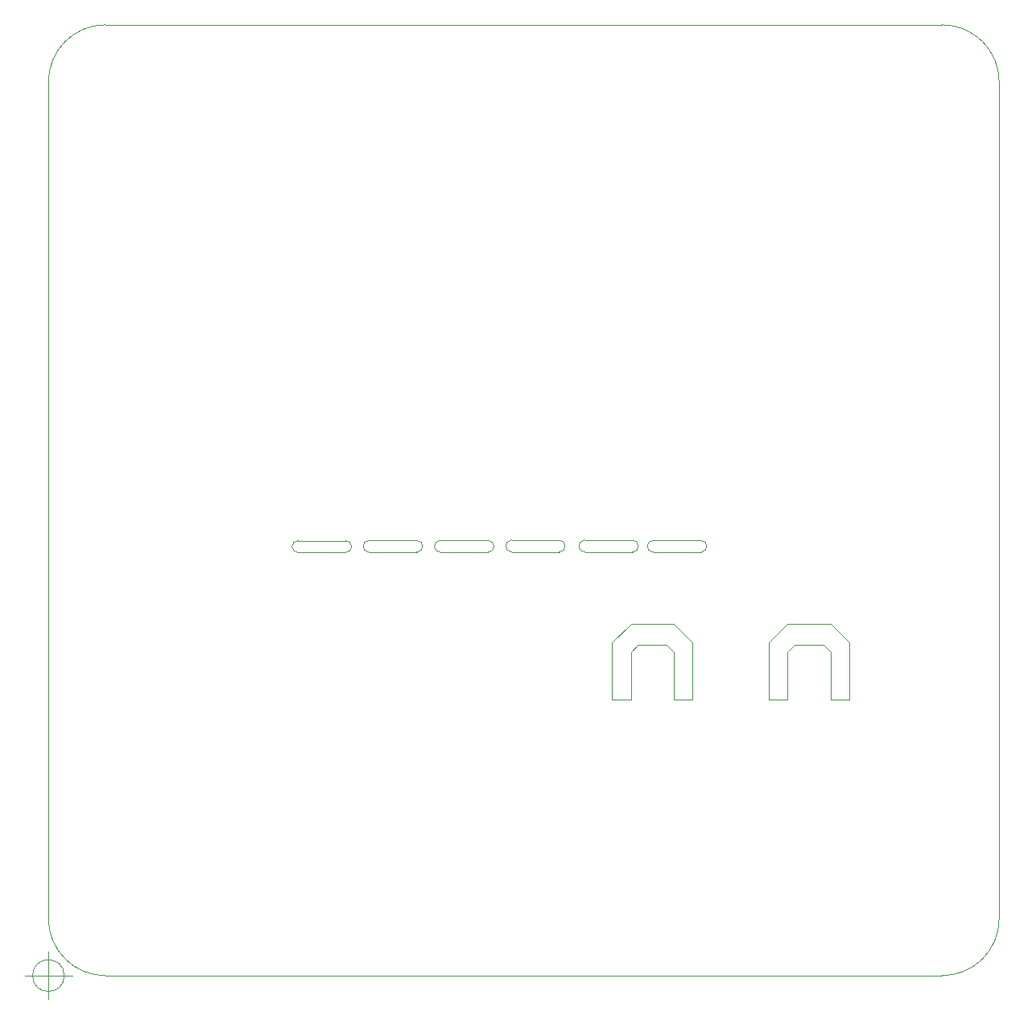
<source format=gbr>
G04 #@! TF.GenerationSoftware,KiCad,Pcbnew,(5.1.4)-1*
G04 #@! TF.CreationDate,2021-08-27T17:13:55-03:00*
G04 #@! TF.ProjectId,INYECTORES,494e5945-4354-44f5-9245-532e6b696361,rev?*
G04 #@! TF.SameCoordinates,Original*
G04 #@! TF.FileFunction,Profile,NP*
%FSLAX46Y46*%
G04 Gerber Fmt 4.6, Leading zero omitted, Abs format (unit mm)*
G04 Created by KiCad (PCBNEW (5.1.4)-1) date 2021-08-27 17:13:55*
%MOMM*%
%LPD*%
G04 APERTURE LIST*
%ADD10C,0.050000*%
%ADD11C,0.100000*%
G04 APERTURE END LIST*
D10*
X101666666Y-150000000D02*
G75*
G03X101666666Y-150000000I-1666666J0D01*
G01*
X97500000Y-150000000D02*
X102500000Y-150000000D01*
X100000000Y-147500000D02*
X100000000Y-152500000D01*
X182250000Y-121000000D02*
X184250000Y-121000000D01*
X175750000Y-115000000D02*
X175750000Y-121000000D01*
X177750000Y-121000000D02*
X177750000Y-116000000D01*
X184250000Y-115000000D02*
X182250000Y-113000000D01*
X182250000Y-116000000D02*
X181500000Y-115250000D01*
X182250000Y-116000000D02*
X182250000Y-121000000D01*
X184250000Y-121000000D02*
X184250000Y-115000000D01*
X182250000Y-113000000D02*
X177750000Y-113000000D01*
X177750000Y-113000000D02*
X175750000Y-115000000D01*
X178500000Y-115250000D02*
X181500000Y-115250000D01*
X176000000Y-121000000D02*
X177750000Y-121000000D01*
X175750000Y-121000000D02*
X176000000Y-121000000D01*
X177750000Y-116000000D02*
X178500000Y-115250000D01*
X165750000Y-116000000D02*
X165000000Y-115250000D01*
X161250000Y-116000000D02*
X162000000Y-115250000D01*
X159250000Y-121000000D02*
X159500000Y-121000000D01*
X159250000Y-115000000D02*
X159250000Y-121000000D01*
X161250000Y-113000000D02*
X159250000Y-115000000D01*
X165750000Y-113000000D02*
X161250000Y-113000000D01*
X167750000Y-115000000D02*
X165750000Y-113000000D01*
X167750000Y-121000000D02*
X167750000Y-115000000D01*
X165750000Y-121000000D02*
X167750000Y-121000000D01*
X165750000Y-116000000D02*
X165750000Y-121000000D01*
X162000000Y-115250000D02*
X165000000Y-115250000D01*
X161250000Y-121000000D02*
X161250000Y-116000000D01*
X159500000Y-121000000D02*
X161250000Y-121000000D01*
X168625000Y-104225000D02*
G75*
G02X168625000Y-105475000I0J-625000D01*
G01*
X168625000Y-105475000D02*
X163625000Y-105475000D01*
X163625000Y-104225000D02*
X168625000Y-104225000D01*
X163625000Y-105475000D02*
G75*
G02X163625000Y-104225000I0J625000D01*
G01*
X161425000Y-104200000D02*
G75*
G02X161425000Y-105450000I0J-625000D01*
G01*
X161425000Y-105450000D02*
X156425000Y-105450000D01*
X156425000Y-104200000D02*
X161425000Y-104200000D01*
X156425000Y-105450000D02*
G75*
G02X156425000Y-104200000I0J625000D01*
G01*
X153725000Y-104200000D02*
G75*
G02X153725000Y-105450000I0J-625000D01*
G01*
X153725000Y-105450000D02*
X148725000Y-105450000D01*
X148725000Y-104200000D02*
X153725000Y-104200000D01*
X148725000Y-105450000D02*
G75*
G02X148725000Y-104200000I0J625000D01*
G01*
X146225000Y-104225000D02*
G75*
G02X146225000Y-105475000I0J-625000D01*
G01*
X146225000Y-105475000D02*
X141225000Y-105475000D01*
X141225000Y-104225000D02*
X146225000Y-104225000D01*
X141225000Y-105475000D02*
G75*
G02X141225000Y-104225000I0J625000D01*
G01*
X138725000Y-104225000D02*
G75*
G02X138725000Y-105475000I0J-625000D01*
G01*
X138725000Y-105475000D02*
X133725000Y-105475000D01*
X133725000Y-104225000D02*
X138725000Y-104225000D01*
X133725000Y-105475000D02*
G75*
G02X133725000Y-104225000I0J625000D01*
G01*
X126250000Y-105500000D02*
G75*
G02X126250000Y-104250000I0J625000D01*
G01*
X131250000Y-104250000D02*
G75*
G02X131250000Y-105500000I0J-625000D01*
G01*
X131250000Y-105500000D02*
X126250000Y-105500000D01*
X126250000Y-104250000D02*
X131250000Y-104250000D01*
X194000000Y-50000000D02*
G75*
G02X200000000Y-56000000I0J-6000000D01*
G01*
X200000000Y-144000000D02*
G75*
G02X194000000Y-150000000I-6000000J0D01*
G01*
X106000000Y-150000000D02*
G75*
G02X100000000Y-144000000I0J6000000D01*
G01*
X100000000Y-56000000D02*
G75*
G02X106000000Y-50000000I6000000J0D01*
G01*
D11*
X100000000Y-144000000D02*
X100000000Y-56000000D01*
X194000000Y-150000000D02*
X106000000Y-150000000D01*
X200000000Y-56000000D02*
X200000000Y-144000000D01*
X106000000Y-50000000D02*
X194000000Y-50000000D01*
M02*

</source>
